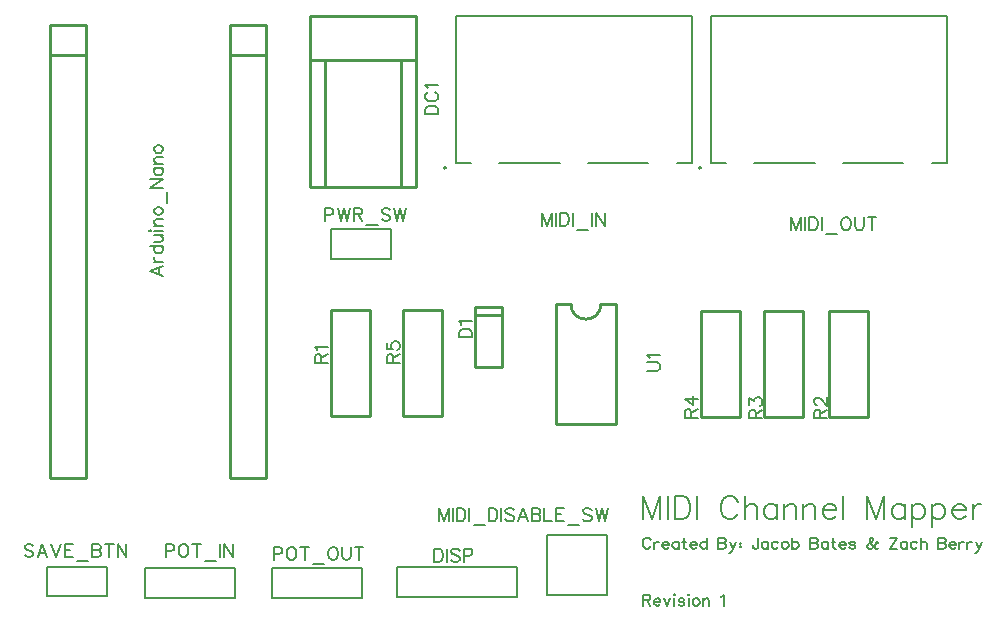
<source format=gto>
G04 Layer: TopSilkLayer*
G04 EasyEDA v6.1.48, Fri, 24 May 2019 02:17:32 GMT*
G04 a76c445d5078456fbe9c8c9c1c925b64,d79a69aa59da4e1fbb9b7d465b79b5da,10*
G04 Gerber Generator version 0.2*
G04 Scale: 100 percent, Rotated: No, Reflected: No *
G04 Dimensions in millimeters *
G04 leading zeros omitted , absolute positions ,3 integer and 3 decimal *
%FSLAX33Y33*%
%MOMM*%
G90*
G71D02*

%ADD10C,0.254000*%
%ADD23C,0.228600*%
%ADD24C,0.127000*%
%ADD25C,0.203200*%
%ADD26C,0.202999*%
%ADD27C,0.199898*%
%ADD28C,0.152400*%

%LPD*%
G54D10*
G01X49149Y16947D02*
G01X54229Y16947D01*
G01X54229Y16947D02*
G01X54229Y27107D01*
G01X49149Y16947D02*
G01X49149Y27107D01*
G01X49149Y27107D02*
G01X50419Y27107D01*
G01X52959Y27107D02*
G01X54229Y27107D01*
G01X70104Y17532D02*
G01X66802Y17532D01*
G01X66802Y17532D02*
G01X66802Y26523D01*
G01X66802Y26523D02*
G01X70104Y26523D01*
G01X70104Y26523D02*
G01X70104Y17532D01*
G01X64770Y17532D02*
G01X61468Y17532D01*
G01X61468Y17532D02*
G01X61468Y26523D01*
G01X61468Y26523D02*
G01X64770Y26523D01*
G01X64770Y26523D02*
G01X64770Y17532D01*
G01X39497Y17659D02*
G01X36195Y17659D01*
G01X36195Y17659D02*
G01X36195Y26650D01*
G01X36195Y26650D02*
G01X39497Y26650D01*
G01X39497Y26650D02*
G01X39497Y17659D01*
G01X75565Y17532D02*
G01X72263Y17532D01*
G01X72263Y17532D02*
G01X72263Y26523D01*
G01X72263Y26523D02*
G01X75565Y26523D01*
G01X75565Y26523D02*
G01X75565Y17532D01*
G01X33401Y17659D02*
G01X30099Y17659D01*
G01X30099Y17659D02*
G01X30099Y26650D01*
G01X30099Y26650D02*
G01X33401Y26650D01*
G01X33401Y26650D02*
G01X33401Y17659D01*
G54D23*
G01X42291Y21773D02*
G01X42291Y26853D01*
G01X44577Y26853D01*
G01X44577Y21773D01*
G01X42291Y21773D01*
G01X42291Y26218D02*
G01X44577Y26218D01*
G54D24*
G01X59373Y39045D02*
G01X60672Y39045D01*
G01X60672Y51545D01*
G01X40673Y51545D01*
G01X40673Y39045D01*
G01X41972Y39045D01*
G01X56972Y39045D02*
G01X51872Y39045D01*
G01X49473Y39045D02*
G01X44373Y39045D01*
G01X80963Y39045D02*
G01X82262Y39045D01*
G01X82262Y51545D01*
G01X62263Y51545D01*
G01X62263Y39045D01*
G01X63562Y39045D01*
G01X78562Y39045D02*
G01X73462Y39045D01*
G01X71063Y39045D02*
G01X65963Y39045D01*
G54D25*
G01X11176Y4882D02*
G01X11176Y2368D01*
G01X6096Y2368D01*
G01X6096Y4882D01*
G01X11176Y4882D01*
G01X16256Y4755D02*
G01X14351Y4755D01*
G01X14351Y2215D01*
G01X21971Y2215D01*
G01X21971Y4755D01*
G54D26*
G01X21971Y4755D02*
G01X16256Y4755D01*
G54D25*
G01X27051Y4755D02*
G01X25146Y4755D01*
G01X25146Y2215D01*
G01X32766Y2215D01*
G01X32766Y4755D01*
G54D26*
G01X32766Y4755D02*
G01X27051Y4755D01*
G54D25*
G01X45847Y4882D02*
G01X45847Y2342D01*
G01X35687Y2342D01*
G01X35687Y4882D01*
G01X37592Y4882D01*
G54D26*
G01X45847Y4882D02*
G01X37592Y4882D01*
G54D10*
G01X24638Y50729D02*
G01X21590Y50729D01*
G01X21590Y12375D01*
G01X24638Y12375D01*
G01X24638Y50729D01*
G01X24638Y48189D02*
G01X21590Y48189D01*
G01X9398Y50729D02*
G01X6350Y50729D01*
G01X6350Y12375D01*
G01X9398Y12375D01*
G01X9398Y50729D01*
G01X9398Y48189D02*
G01X6350Y48189D01*
G01X28330Y51469D02*
G01X37330Y51470D01*
G01X37330Y51470D02*
G01X37330Y37069D01*
G01X37330Y37069D02*
G01X28330Y37069D01*
G01X28330Y37069D02*
G01X28330Y51470D01*
G01X28330Y47769D02*
G01X37330Y47769D01*
G01X29630Y47689D02*
G01X29630Y37069D01*
G01X36030Y47689D02*
G01X36030Y37069D01*
G54D25*
G01X35179Y33457D02*
G01X35179Y30943D01*
G01X30099Y30943D01*
G01X30099Y33457D01*
G01X35179Y33457D01*
G01X53467Y7549D02*
G01X53467Y2469D01*
G01X48387Y2469D01*
G01X48387Y7549D01*
G01X53467Y7549D01*
G54D28*
G01X56896Y21459D02*
G01X57673Y21459D01*
G01X57830Y21509D01*
G01X57934Y21613D01*
G01X57985Y21771D01*
G01X57985Y21875D01*
G01X57934Y22030D01*
G01X57830Y22134D01*
G01X57673Y22185D01*
G01X56896Y22185D01*
G01X57101Y22528D02*
G01X57050Y22632D01*
G01X56896Y22789D01*
G01X57985Y22789D01*
G01X65532Y17435D02*
G01X66621Y17435D01*
G01X65532Y17435D02*
G01X65532Y17903D01*
G01X65582Y18057D01*
G01X65633Y18111D01*
G01X65737Y18162D01*
G01X65841Y18162D01*
G01X65946Y18111D01*
G01X65999Y18057D01*
G01X66050Y17903D01*
G01X66050Y17435D01*
G01X66050Y17798D02*
G01X66621Y18162D01*
G01X65532Y18609D02*
G01X65532Y19180D01*
G01X65946Y18870D01*
G01X65946Y19025D01*
G01X65999Y19129D01*
G01X66050Y19180D01*
G01X66205Y19233D01*
G01X66309Y19233D01*
G01X66466Y19180D01*
G01X66570Y19076D01*
G01X66621Y18921D01*
G01X66621Y18766D01*
G01X66570Y18609D01*
G01X66517Y18558D01*
G01X66413Y18504D01*
G01X60071Y17511D02*
G01X61160Y17511D01*
G01X60071Y17511D02*
G01X60071Y17979D01*
G01X60121Y18134D01*
G01X60172Y18187D01*
G01X60276Y18238D01*
G01X60380Y18238D01*
G01X60485Y18187D01*
G01X60538Y18134D01*
G01X60589Y17979D01*
G01X60589Y17511D01*
G01X60589Y17875D02*
G01X61160Y18238D01*
G01X60071Y19101D02*
G01X60797Y18581D01*
G01X60797Y19360D01*
G01X60071Y19101D02*
G01X61160Y19101D01*
G01X34851Y22154D02*
G01X35941Y22154D01*
G01X34851Y22154D02*
G01X34851Y22622D01*
G01X34902Y22777D01*
G01X34952Y22830D01*
G01X35057Y22881D01*
G01X35161Y22881D01*
G01X35265Y22830D01*
G01X35318Y22777D01*
G01X35369Y22622D01*
G01X35369Y22154D01*
G01X35369Y22518D02*
G01X35941Y22881D01*
G01X34851Y23849D02*
G01X34851Y23328D01*
G01X35318Y23277D01*
G01X35265Y23328D01*
G01X35214Y23485D01*
G01X35214Y23640D01*
G01X35265Y23795D01*
G01X35369Y23899D01*
G01X35524Y23953D01*
G01X35628Y23953D01*
G01X35786Y23899D01*
G01X35890Y23795D01*
G01X35941Y23640D01*
G01X35941Y23485D01*
G01X35890Y23328D01*
G01X35836Y23277D01*
G01X35732Y23224D01*
G01X71005Y17455D02*
G01X72095Y17455D01*
G01X71005Y17455D02*
G01X71005Y17923D01*
G01X71056Y18078D01*
G01X71107Y18131D01*
G01X71211Y18182D01*
G01X71315Y18182D01*
G01X71419Y18131D01*
G01X71473Y18078D01*
G01X71523Y17923D01*
G01X71523Y17455D01*
G01X71523Y17819D02*
G01X72095Y18182D01*
G01X71264Y18578D02*
G01X71211Y18578D01*
G01X71107Y18629D01*
G01X71056Y18682D01*
G01X71005Y18786D01*
G01X71005Y18992D01*
G01X71056Y19096D01*
G01X71107Y19150D01*
G01X71211Y19200D01*
G01X71315Y19200D01*
G01X71419Y19150D01*
G01X71577Y19046D01*
G01X72095Y18525D01*
G01X72095Y19254D01*
G01X28755Y22154D02*
G01X29845Y22154D01*
G01X28755Y22154D02*
G01X28755Y22622D01*
G01X28806Y22777D01*
G01X28856Y22830D01*
G01X28961Y22881D01*
G01X29065Y22881D01*
G01X29169Y22830D01*
G01X29222Y22777D01*
G01X29273Y22622D01*
G01X29273Y22154D01*
G01X29273Y22518D02*
G01X29845Y22881D01*
G01X28961Y23224D02*
G01X28910Y23328D01*
G01X28755Y23485D01*
G01X29845Y23485D01*
G01X40947Y24313D02*
G01X42037Y24313D01*
G01X40947Y24313D02*
G01X40947Y24677D01*
G01X40998Y24834D01*
G01X41102Y24936D01*
G01X41206Y24989D01*
G01X41361Y25040D01*
G01X41620Y25040D01*
G01X41777Y24989D01*
G01X41882Y24936D01*
G01X41986Y24834D01*
G01X42037Y24677D01*
G01X42037Y24313D01*
G01X41153Y25383D02*
G01X41102Y25487D01*
G01X40947Y25644D01*
G01X42037Y25644D01*
G01X48006Y34854D02*
G01X48006Y33762D01*
G01X48006Y34854D02*
G01X48422Y33762D01*
G01X48836Y34854D02*
G01X48422Y33762D01*
G01X48836Y34854D02*
G01X48836Y33762D01*
G01X49179Y34854D02*
G01X49179Y33762D01*
G01X49522Y34854D02*
G01X49522Y33762D01*
G01X49522Y34854D02*
G01X49885Y34854D01*
G01X50043Y34801D01*
G01X50147Y34697D01*
G01X50198Y34595D01*
G01X50251Y34438D01*
G01X50251Y34179D01*
G01X50198Y34024D01*
G01X50147Y33920D01*
G01X50043Y33816D01*
G01X49885Y33762D01*
G01X49522Y33762D01*
G01X50594Y34854D02*
G01X50594Y33762D01*
G01X50937Y33399D02*
G01X51871Y33399D01*
G01X52214Y34854D02*
G01X52214Y33762D01*
G01X52557Y34854D02*
G01X52557Y33762D01*
G01X52557Y34854D02*
G01X53284Y33762D01*
G01X53284Y34854D02*
G01X53284Y33762D01*
G01X69088Y34462D02*
G01X69088Y33370D01*
G01X69088Y34462D02*
G01X69504Y33370D01*
G01X69918Y34462D02*
G01X69504Y33370D01*
G01X69918Y34462D02*
G01X69918Y33370D01*
G01X70261Y34462D02*
G01X70261Y33370D01*
G01X70604Y34462D02*
G01X70604Y33370D01*
G01X70604Y34462D02*
G01X70967Y34462D01*
G01X71125Y34409D01*
G01X71229Y34305D01*
G01X71280Y34203D01*
G01X71333Y34046D01*
G01X71333Y33787D01*
G01X71280Y33632D01*
G01X71229Y33528D01*
G01X71125Y33423D01*
G01X70967Y33370D01*
G01X70604Y33370D01*
G01X71676Y34462D02*
G01X71676Y33370D01*
G01X72019Y33007D02*
G01X72953Y33007D01*
G01X73609Y34462D02*
G01X73505Y34409D01*
G01X73400Y34305D01*
G01X73347Y34203D01*
G01X73296Y34046D01*
G01X73296Y33787D01*
G01X73347Y33632D01*
G01X73400Y33528D01*
G01X73505Y33423D01*
G01X73609Y33370D01*
G01X73814Y33370D01*
G01X73919Y33423D01*
G01X74023Y33528D01*
G01X74076Y33632D01*
G01X74127Y33787D01*
G01X74127Y34046D01*
G01X74076Y34203D01*
G01X74023Y34305D01*
G01X73919Y34409D01*
G01X73814Y34462D01*
G01X73609Y34462D01*
G01X74470Y34462D02*
G01X74470Y33683D01*
G01X74523Y33528D01*
G01X74625Y33423D01*
G01X74782Y33370D01*
G01X74886Y33370D01*
G01X75041Y33423D01*
G01X75145Y33528D01*
G01X75196Y33683D01*
G01X75196Y34462D01*
G01X75905Y34462D02*
G01X75905Y33370D01*
G01X75539Y34462D02*
G01X76268Y34462D01*
G01X4917Y6633D02*
G01X4813Y6737D01*
G01X4658Y6787D01*
G01X4450Y6787D01*
G01X4295Y6737D01*
G01X4191Y6633D01*
G01X4191Y6528D01*
G01X4241Y6424D01*
G01X4295Y6373D01*
G01X4399Y6320D01*
G01X4711Y6216D01*
G01X4813Y6165D01*
G01X4866Y6114D01*
G01X4917Y6010D01*
G01X4917Y5853D01*
G01X4813Y5749D01*
G01X4658Y5698D01*
G01X4450Y5698D01*
G01X4295Y5749D01*
G01X4191Y5853D01*
G01X5676Y6787D02*
G01X5260Y5698D01*
G01X5676Y6787D02*
G01X6093Y5698D01*
G01X5417Y6061D02*
G01X5935Y6061D01*
G01X6436Y6787D02*
G01X6850Y5698D01*
G01X7266Y6787D02*
G01X6850Y5698D01*
G01X7609Y6787D02*
G01X7609Y5698D01*
G01X7609Y6787D02*
G01X8285Y6787D01*
G01X7609Y6269D02*
G01X8026Y6269D01*
G01X7609Y5698D02*
G01X8285Y5698D01*
G01X8628Y5335D02*
G01X9563Y5335D01*
G01X9906Y6787D02*
G01X9906Y5698D01*
G01X9906Y6787D02*
G01X10373Y6787D01*
G01X10528Y6737D01*
G01X10581Y6686D01*
G01X10632Y6582D01*
G01X10632Y6478D01*
G01X10581Y6373D01*
G01X10528Y6320D01*
G01X10373Y6269D01*
G01X9906Y6269D02*
G01X10373Y6269D01*
G01X10528Y6216D01*
G01X10581Y6165D01*
G01X10632Y6061D01*
G01X10632Y5906D01*
G01X10581Y5802D01*
G01X10528Y5749D01*
G01X10373Y5698D01*
G01X9906Y5698D01*
G01X11341Y6787D02*
G01X11341Y5698D01*
G01X10975Y6787D02*
G01X11704Y6787D01*
G01X12047Y6787D02*
G01X12047Y5698D01*
G01X12047Y6787D02*
G01X12773Y5698D01*
G01X12773Y6787D02*
G01X12773Y5698D01*
G01X16129Y6787D02*
G01X16129Y5698D01*
G01X16129Y6787D02*
G01X16596Y6787D01*
G01X16751Y6737D01*
G01X16804Y6686D01*
G01X16855Y6582D01*
G01X16855Y6424D01*
G01X16804Y6320D01*
G01X16751Y6269D01*
G01X16596Y6216D01*
G01X16129Y6216D01*
G01X17510Y6787D02*
G01X17406Y6737D01*
G01X17302Y6633D01*
G01X17251Y6528D01*
G01X17198Y6373D01*
G01X17198Y6114D01*
G01X17251Y5957D01*
G01X17302Y5853D01*
G01X17406Y5749D01*
G01X17510Y5698D01*
G01X17719Y5698D01*
G01X17823Y5749D01*
G01X17927Y5853D01*
G01X17978Y5957D01*
G01X18031Y6114D01*
G01X18031Y6373D01*
G01X17978Y6528D01*
G01X17927Y6633D01*
G01X17823Y6737D01*
G01X17719Y6787D01*
G01X17510Y6787D01*
G01X18737Y6787D02*
G01X18737Y5698D01*
G01X18374Y6787D02*
G01X19100Y6787D01*
G01X19443Y5335D02*
G01X20378Y5335D01*
G01X20721Y6787D02*
G01X20721Y5698D01*
G01X21064Y6787D02*
G01X21064Y5698D01*
G01X21064Y6787D02*
G01X21793Y5698D01*
G01X21793Y6787D02*
G01X21793Y5698D01*
G01X25273Y6533D02*
G01X25273Y5444D01*
G01X25273Y6533D02*
G01X25740Y6533D01*
G01X25895Y6483D01*
G01X25948Y6432D01*
G01X25999Y6328D01*
G01X25999Y6170D01*
G01X25948Y6066D01*
G01X25895Y6015D01*
G01X25740Y5962D01*
G01X25273Y5962D01*
G01X26654Y6533D02*
G01X26550Y6483D01*
G01X26446Y6379D01*
G01X26395Y6274D01*
G01X26342Y6119D01*
G01X26342Y5860D01*
G01X26395Y5703D01*
G01X26446Y5599D01*
G01X26550Y5495D01*
G01X26654Y5444D01*
G01X26863Y5444D01*
G01X26967Y5495D01*
G01X27071Y5599D01*
G01X27122Y5703D01*
G01X27175Y5860D01*
G01X27175Y6119D01*
G01X27122Y6274D01*
G01X27071Y6379D01*
G01X26967Y6483D01*
G01X26863Y6533D01*
G01X26654Y6533D01*
G01X27881Y6533D02*
G01X27881Y5444D01*
G01X27518Y6533D02*
G01X28244Y6533D01*
G01X28587Y5081D02*
G01X29522Y5081D01*
G01X30177Y6533D02*
G01X30073Y6483D01*
G01X29969Y6379D01*
G01X29918Y6274D01*
G01X29865Y6119D01*
G01X29865Y5860D01*
G01X29918Y5703D01*
G01X29969Y5599D01*
G01X30073Y5495D01*
G01X30177Y5444D01*
G01X30386Y5444D01*
G01X30490Y5495D01*
G01X30594Y5599D01*
G01X30645Y5703D01*
G01X30695Y5860D01*
G01X30695Y6119D01*
G01X30645Y6274D01*
G01X30594Y6379D01*
G01X30490Y6483D01*
G01X30386Y6533D01*
G01X30177Y6533D01*
G01X31038Y6533D02*
G01X31038Y5756D01*
G01X31092Y5599D01*
G01X31196Y5495D01*
G01X31351Y5444D01*
G01X31455Y5444D01*
G01X31610Y5495D01*
G01X31714Y5599D01*
G01X31767Y5756D01*
G01X31767Y6533D01*
G01X32473Y6533D02*
G01X32473Y5444D01*
G01X32110Y6533D02*
G01X32837Y6533D01*
G01X38862Y6394D02*
G01X38862Y5304D01*
G01X38862Y6394D02*
G01X39225Y6394D01*
G01X39382Y6343D01*
G01X39484Y6239D01*
G01X39537Y6135D01*
G01X39588Y5980D01*
G01X39588Y5721D01*
G01X39537Y5563D01*
G01X39484Y5459D01*
G01X39382Y5355D01*
G01X39225Y5304D01*
G01X38862Y5304D01*
G01X39931Y6394D02*
G01X39931Y5304D01*
G01X41003Y6239D02*
G01X40899Y6343D01*
G01X40741Y6394D01*
G01X40535Y6394D01*
G01X40378Y6343D01*
G01X40274Y6239D01*
G01X40274Y6135D01*
G01X40327Y6031D01*
G01X40378Y5980D01*
G01X40482Y5926D01*
G01X40794Y5822D01*
G01X40899Y5771D01*
G01X40949Y5721D01*
G01X41003Y5617D01*
G01X41003Y5459D01*
G01X40899Y5355D01*
G01X40741Y5304D01*
G01X40535Y5304D01*
G01X40378Y5355D01*
G01X40274Y5459D01*
G01X41346Y6394D02*
G01X41346Y5304D01*
G01X41346Y6394D02*
G01X41813Y6394D01*
G01X41968Y6343D01*
G01X42021Y6292D01*
G01X42072Y6188D01*
G01X42072Y6031D01*
G01X42021Y5926D01*
G01X41968Y5876D01*
G01X41813Y5822D01*
G01X41346Y5822D01*
G01X14785Y29889D02*
G01X15874Y29472D01*
G01X14785Y29889D02*
G01X15874Y30303D01*
G01X15511Y29627D02*
G01X15511Y30148D01*
G01X15148Y30646D02*
G01X15874Y30646D01*
G01X15458Y30646D02*
G01X15303Y30699D01*
G01X15199Y30803D01*
G01X15148Y30907D01*
G01X15148Y31062D01*
G01X14785Y32028D02*
G01X15874Y32028D01*
G01X15303Y32028D02*
G01X15199Y31923D01*
G01X15148Y31822D01*
G01X15148Y31664D01*
G01X15199Y31560D01*
G01X15303Y31456D01*
G01X15458Y31405D01*
G01X15562Y31405D01*
G01X15720Y31456D01*
G01X15824Y31560D01*
G01X15874Y31664D01*
G01X15874Y31822D01*
G01X15824Y31923D01*
G01X15720Y32028D01*
G01X15148Y32370D02*
G01X15666Y32370D01*
G01X15824Y32424D01*
G01X15874Y32528D01*
G01X15874Y32683D01*
G01X15824Y32787D01*
G01X15666Y32942D01*
G01X15148Y32942D02*
G01X15874Y32942D01*
G01X14785Y33285D02*
G01X14836Y33338D01*
G01X14785Y33389D01*
G01X14731Y33338D01*
G01X14785Y33285D01*
G01X15148Y33338D02*
G01X15874Y33338D01*
G01X15148Y33732D02*
G01X15874Y33732D01*
G01X15356Y33732D02*
G01X15199Y33889D01*
G01X15148Y33993D01*
G01X15148Y34148D01*
G01X15199Y34253D01*
G01X15356Y34303D01*
G01X15874Y34303D01*
G01X15148Y34908D02*
G01X15199Y34804D01*
G01X15303Y34700D01*
G01X15458Y34646D01*
G01X15562Y34646D01*
G01X15720Y34700D01*
G01X15824Y34804D01*
G01X15874Y34908D01*
G01X15874Y35063D01*
G01X15824Y35167D01*
G01X15720Y35271D01*
G01X15562Y35322D01*
G01X15458Y35322D01*
G01X15303Y35271D01*
G01X15199Y35167D01*
G01X15148Y35063D01*
G01X15148Y34908D01*
G01X16238Y35665D02*
G01X16238Y36600D01*
G01X14785Y36942D02*
G01X15874Y36942D01*
G01X14785Y36942D02*
G01X15874Y37671D01*
G01X14785Y37671D02*
G01X15874Y37671D01*
G01X15148Y38637D02*
G01X15874Y38637D01*
G01X15303Y38637D02*
G01X15199Y38532D01*
G01X15148Y38428D01*
G01X15148Y38273D01*
G01X15199Y38169D01*
G01X15303Y38065D01*
G01X15458Y38014D01*
G01X15562Y38014D01*
G01X15720Y38065D01*
G01X15824Y38169D01*
G01X15874Y38273D01*
G01X15874Y38428D01*
G01X15824Y38532D01*
G01X15720Y38637D01*
G01X15148Y38979D02*
G01X15874Y38979D01*
G01X15356Y38979D02*
G01X15199Y39137D01*
G01X15148Y39239D01*
G01X15148Y39396D01*
G01X15199Y39500D01*
G01X15356Y39551D01*
G01X15874Y39551D01*
G01X15148Y40153D02*
G01X15199Y40051D01*
G01X15303Y39947D01*
G01X15458Y39894D01*
G01X15562Y39894D01*
G01X15720Y39947D01*
G01X15824Y40051D01*
G01X15874Y40153D01*
G01X15874Y40310D01*
G01X15824Y40415D01*
G01X15720Y40519D01*
G01X15562Y40570D01*
G01X15458Y40570D01*
G01X15303Y40519D01*
G01X15199Y40415D01*
G01X15148Y40310D01*
G01X15148Y40153D01*
G01X38100Y43198D02*
G01X39189Y43198D01*
G01X38100Y43198D02*
G01X38100Y43562D01*
G01X38150Y43719D01*
G01X38254Y43821D01*
G01X38359Y43874D01*
G01X38514Y43925D01*
G01X38775Y43925D01*
G01X38930Y43874D01*
G01X39034Y43821D01*
G01X39138Y43719D01*
G01X39189Y43562D01*
G01X39189Y43198D01*
G01X38359Y45048D02*
G01X38254Y44997D01*
G01X38150Y44893D01*
G01X38100Y44788D01*
G01X38100Y44580D01*
G01X38150Y44476D01*
G01X38254Y44372D01*
G01X38359Y44321D01*
G01X38514Y44268D01*
G01X38775Y44268D01*
G01X38930Y44321D01*
G01X39034Y44372D01*
G01X39138Y44476D01*
G01X39189Y44580D01*
G01X39189Y44788D01*
G01X39138Y44893D01*
G01X39034Y44997D01*
G01X38930Y45048D01*
G01X38308Y45390D02*
G01X38254Y45495D01*
G01X38100Y45650D01*
G01X39189Y45650D01*
G01X29591Y35235D02*
G01X29591Y34146D01*
G01X29591Y35235D02*
G01X30058Y35235D01*
G01X30213Y35185D01*
G01X30266Y35134D01*
G01X30317Y35030D01*
G01X30317Y34872D01*
G01X30266Y34768D01*
G01X30213Y34717D01*
G01X30058Y34664D01*
G01X29591Y34664D01*
G01X30660Y35235D02*
G01X30921Y34146D01*
G01X31181Y35235D02*
G01X30921Y34146D01*
G01X31181Y35235D02*
G01X31440Y34146D01*
G01X31699Y35235D02*
G01X31440Y34146D01*
G01X32042Y35235D02*
G01X32042Y34146D01*
G01X32042Y35235D02*
G01X32512Y35235D01*
G01X32666Y35185D01*
G01X32717Y35134D01*
G01X32771Y35030D01*
G01X32771Y34926D01*
G01X32717Y34821D01*
G01X32666Y34768D01*
G01X32512Y34717D01*
G01X32042Y34717D01*
G01X32407Y34717D02*
G01X32771Y34146D01*
G01X33113Y33783D02*
G01X34048Y33783D01*
G01X35118Y35081D02*
G01X35013Y35185D01*
G01X34858Y35235D01*
G01X34650Y35235D01*
G01X34495Y35185D01*
G01X34391Y35081D01*
G01X34391Y34976D01*
G01X34442Y34872D01*
G01X34495Y34821D01*
G01X34599Y34768D01*
G01X34912Y34664D01*
G01X35013Y34613D01*
G01X35067Y34562D01*
G01X35118Y34458D01*
G01X35118Y34301D01*
G01X35013Y34197D01*
G01X34858Y34146D01*
G01X34650Y34146D01*
G01X34495Y34197D01*
G01X34391Y34301D01*
G01X35460Y35235D02*
G01X35722Y34146D01*
G01X35981Y35235D02*
G01X35722Y34146D01*
G01X35981Y35235D02*
G01X36240Y34146D01*
G01X36499Y35235D02*
G01X36240Y34146D01*
G01X39243Y9823D02*
G01X39243Y8733D01*
G01X39243Y9823D02*
G01X39659Y8733D01*
G01X40073Y9823D02*
G01X39659Y8733D01*
G01X40073Y9823D02*
G01X40073Y8733D01*
G01X40416Y9823D02*
G01X40416Y8733D01*
G01X40759Y9823D02*
G01X40759Y8733D01*
G01X40759Y9823D02*
G01X41122Y9823D01*
G01X41280Y9772D01*
G01X41384Y9668D01*
G01X41435Y9564D01*
G01X41488Y9409D01*
G01X41488Y9150D01*
G01X41435Y8992D01*
G01X41384Y8888D01*
G01X41280Y8784D01*
G01X41122Y8733D01*
G01X40759Y8733D01*
G01X41831Y9823D02*
G01X41831Y8733D01*
G01X42174Y8370D02*
G01X43108Y8370D01*
G01X43451Y9823D02*
G01X43451Y8733D01*
G01X43451Y9823D02*
G01X43815Y9823D01*
G01X43969Y9772D01*
G01X44074Y9668D01*
G01X44127Y9564D01*
G01X44178Y9409D01*
G01X44178Y9150D01*
G01X44127Y8992D01*
G01X44074Y8888D01*
G01X43969Y8784D01*
G01X43815Y8733D01*
G01X43451Y8733D01*
G01X44521Y9823D02*
G01X44521Y8733D01*
G01X45593Y9668D02*
G01X45488Y9772D01*
G01X45331Y9823D01*
G01X45123Y9823D01*
G01X44968Y9772D01*
G01X44864Y9668D01*
G01X44864Y9564D01*
G01X44917Y9460D01*
G01X44968Y9409D01*
G01X45072Y9355D01*
G01X45384Y9251D01*
G01X45488Y9200D01*
G01X45539Y9150D01*
G01X45593Y9046D01*
G01X45593Y8888D01*
G01X45488Y8784D01*
G01X45331Y8733D01*
G01X45123Y8733D01*
G01X44968Y8784D01*
G01X44864Y8888D01*
G01X46349Y9823D02*
G01X45935Y8733D01*
G01X46349Y9823D02*
G01X46766Y8733D01*
G01X46090Y9096D02*
G01X46609Y9096D01*
G01X47109Y9823D02*
G01X47109Y8733D01*
G01X47109Y9823D02*
G01X47576Y9823D01*
G01X47731Y9772D01*
G01X47785Y9721D01*
G01X47835Y9617D01*
G01X47835Y9513D01*
G01X47785Y9409D01*
G01X47731Y9355D01*
G01X47576Y9305D01*
G01X47109Y9305D02*
G01X47576Y9305D01*
G01X47731Y9251D01*
G01X47785Y9200D01*
G01X47835Y9096D01*
G01X47835Y8941D01*
G01X47785Y8837D01*
G01X47731Y8784D01*
G01X47576Y8733D01*
G01X47109Y8733D01*
G01X48178Y9823D02*
G01X48178Y8733D01*
G01X48178Y8733D02*
G01X48803Y8733D01*
G01X49146Y9823D02*
G01X49146Y8733D01*
G01X49146Y9823D02*
G01X49822Y9823D01*
G01X49146Y9305D02*
G01X49560Y9305D01*
G01X49146Y8733D02*
G01X49822Y8733D01*
G01X50165Y8370D02*
G01X51099Y8370D01*
G01X52169Y9668D02*
G01X52064Y9772D01*
G01X51909Y9823D01*
G01X51701Y9823D01*
G01X51546Y9772D01*
G01X51442Y9668D01*
G01X51442Y9564D01*
G01X51493Y9460D01*
G01X51546Y9409D01*
G01X51650Y9355D01*
G01X51960Y9251D01*
G01X52064Y9200D01*
G01X52118Y9150D01*
G01X52169Y9046D01*
G01X52169Y8888D01*
G01X52064Y8784D01*
G01X51909Y8733D01*
G01X51701Y8733D01*
G01X51546Y8784D01*
G01X51442Y8888D01*
G01X52511Y9823D02*
G01X52771Y8733D01*
G01X53032Y9823D02*
G01X52771Y8733D01*
G01X53032Y9823D02*
G01X53291Y8733D01*
G01X53550Y9823D02*
G01X53291Y8733D01*
G54D25*
G01X57195Y7102D02*
G01X57152Y7194D01*
G01X57061Y7285D01*
G01X56969Y7331D01*
G01X56786Y7331D01*
G01X56697Y7285D01*
G01X56606Y7194D01*
G01X56560Y7102D01*
G01X56515Y6968D01*
G01X56515Y6739D01*
G01X56560Y6602D01*
G01X56606Y6513D01*
G01X56697Y6422D01*
G01X56786Y6376D01*
G01X56969Y6376D01*
G01X57061Y6422D01*
G01X57152Y6513D01*
G01X57195Y6602D01*
G01X57497Y7011D02*
G01X57497Y6376D01*
G01X57497Y6739D02*
G01X57541Y6876D01*
G01X57632Y6968D01*
G01X57724Y7011D01*
G01X57861Y7011D01*
G01X58160Y6739D02*
G01X58707Y6739D01*
G01X58707Y6831D01*
G01X58661Y6922D01*
G01X58615Y6968D01*
G01X58524Y7011D01*
G01X58386Y7011D01*
G01X58298Y6968D01*
G01X58206Y6876D01*
G01X58160Y6739D01*
G01X58160Y6648D01*
G01X58206Y6513D01*
G01X58298Y6422D01*
G01X58386Y6376D01*
G01X58524Y6376D01*
G01X58615Y6422D01*
G01X58707Y6513D01*
G01X59550Y7011D02*
G01X59550Y6376D01*
G01X59550Y6876D02*
G01X59461Y6968D01*
G01X59369Y7011D01*
G01X59232Y7011D01*
G01X59141Y6968D01*
G01X59052Y6876D01*
G01X59006Y6739D01*
G01X59006Y6648D01*
G01X59052Y6513D01*
G01X59141Y6422D01*
G01X59232Y6376D01*
G01X59369Y6376D01*
G01X59461Y6422D01*
G01X59550Y6513D01*
G01X59987Y7331D02*
G01X59987Y6559D01*
G01X60032Y6422D01*
G01X60124Y6376D01*
G01X60215Y6376D01*
G01X59852Y7011D02*
G01X60170Y7011D01*
G01X60515Y6739D02*
G01X61061Y6739D01*
G01X61061Y6831D01*
G01X61015Y6922D01*
G01X60970Y6968D01*
G01X60878Y7011D01*
G01X60741Y7011D01*
G01X60650Y6968D01*
G01X60561Y6876D01*
G01X60515Y6739D01*
G01X60515Y6648D01*
G01X60561Y6513D01*
G01X60650Y6422D01*
G01X60741Y6376D01*
G01X60878Y6376D01*
G01X60970Y6422D01*
G01X61061Y6513D01*
G01X61904Y7331D02*
G01X61904Y6376D01*
G01X61904Y6876D02*
G01X61815Y6968D01*
G01X61724Y7011D01*
G01X61587Y7011D01*
G01X61495Y6968D01*
G01X61407Y6876D01*
G01X61361Y6739D01*
G01X61361Y6648D01*
G01X61407Y6513D01*
G01X61495Y6422D01*
G01X61587Y6376D01*
G01X61724Y6376D01*
G01X61815Y6422D01*
G01X61904Y6513D01*
G01X62905Y7331D02*
G01X62905Y6376D01*
G01X62905Y7331D02*
G01X63314Y7331D01*
G01X63451Y7285D01*
G01X63497Y7240D01*
G01X63543Y7148D01*
G01X63543Y7057D01*
G01X63497Y6968D01*
G01X63451Y6922D01*
G01X63314Y6876D01*
G01X62905Y6876D02*
G01X63314Y6876D01*
G01X63451Y6831D01*
G01X63497Y6785D01*
G01X63543Y6693D01*
G01X63543Y6559D01*
G01X63497Y6467D01*
G01X63451Y6422D01*
G01X63314Y6376D01*
G01X62905Y6376D01*
G01X63888Y7011D02*
G01X64160Y6376D01*
G01X64432Y7011D02*
G01X64160Y6376D01*
G01X64068Y6193D01*
G01X63977Y6104D01*
G01X63888Y6058D01*
G01X63842Y6058D01*
G01X64777Y6922D02*
G01X64734Y6876D01*
G01X64777Y6831D01*
G01X64823Y6876D01*
G01X64777Y6922D01*
G01X64777Y6602D02*
G01X64734Y6559D01*
G01X64777Y6513D01*
G01X64823Y6559D01*
G01X64777Y6602D01*
G01X66278Y7331D02*
G01X66278Y6602D01*
G01X66233Y6467D01*
G01X66187Y6422D01*
G01X66095Y6376D01*
G01X66006Y6376D01*
G01X65915Y6422D01*
G01X65869Y6467D01*
G01X65824Y6602D01*
G01X65824Y6693D01*
G01X67124Y7011D02*
G01X67124Y6376D01*
G01X67124Y6876D02*
G01X67033Y6968D01*
G01X66941Y7011D01*
G01X66807Y7011D01*
G01X66715Y6968D01*
G01X66624Y6876D01*
G01X66578Y6739D01*
G01X66578Y6648D01*
G01X66624Y6513D01*
G01X66715Y6422D01*
G01X66807Y6376D01*
G01X66941Y6376D01*
G01X67033Y6422D01*
G01X67124Y6513D01*
G01X67970Y6876D02*
G01X67878Y6968D01*
G01X67787Y7011D01*
G01X67650Y7011D01*
G01X67561Y6968D01*
G01X67470Y6876D01*
G01X67424Y6739D01*
G01X67424Y6648D01*
G01X67470Y6513D01*
G01X67561Y6422D01*
G01X67650Y6376D01*
G01X67787Y6376D01*
G01X67878Y6422D01*
G01X67970Y6513D01*
G01X68496Y7011D02*
G01X68404Y6968D01*
G01X68315Y6876D01*
G01X68270Y6739D01*
G01X68270Y6648D01*
G01X68315Y6513D01*
G01X68404Y6422D01*
G01X68496Y6376D01*
G01X68633Y6376D01*
G01X68724Y6422D01*
G01X68816Y6513D01*
G01X68859Y6648D01*
G01X68859Y6739D01*
G01X68816Y6876D01*
G01X68724Y6968D01*
G01X68633Y7011D01*
G01X68496Y7011D01*
G01X69161Y7331D02*
G01X69161Y6376D01*
G01X69161Y6876D02*
G01X69250Y6968D01*
G01X69342Y7011D01*
G01X69479Y7011D01*
G01X69570Y6968D01*
G01X69659Y6876D01*
G01X69705Y6739D01*
G01X69705Y6648D01*
G01X69659Y6513D01*
G01X69570Y6422D01*
G01X69479Y6376D01*
G01X69342Y6376D01*
G01X69250Y6422D01*
G01X69161Y6513D01*
G01X70705Y7331D02*
G01X70705Y6376D01*
G01X70705Y7331D02*
G01X71114Y7331D01*
G01X71252Y7285D01*
G01X71297Y7240D01*
G01X71343Y7148D01*
G01X71343Y7057D01*
G01X71297Y6968D01*
G01X71252Y6922D01*
G01X71114Y6876D01*
G01X70705Y6876D02*
G01X71114Y6876D01*
G01X71252Y6831D01*
G01X71297Y6785D01*
G01X71343Y6693D01*
G01X71343Y6559D01*
G01X71297Y6467D01*
G01X71252Y6422D01*
G01X71114Y6376D01*
G01X70705Y6376D01*
G01X72186Y7011D02*
G01X72186Y6376D01*
G01X72186Y6876D02*
G01X72097Y6968D01*
G01X72006Y7011D01*
G01X71869Y7011D01*
G01X71777Y6968D01*
G01X71688Y6876D01*
G01X71643Y6739D01*
G01X71643Y6648D01*
G01X71688Y6513D01*
G01X71777Y6422D01*
G01X71869Y6376D01*
G01X72006Y6376D01*
G01X72097Y6422D01*
G01X72186Y6513D01*
G01X72623Y7331D02*
G01X72623Y6559D01*
G01X72669Y6422D01*
G01X72760Y6376D01*
G01X72852Y6376D01*
G01X72486Y7011D02*
G01X72806Y7011D01*
G01X73152Y6739D02*
G01X73695Y6739D01*
G01X73695Y6831D01*
G01X73652Y6922D01*
G01X73606Y6968D01*
G01X73515Y7011D01*
G01X73378Y7011D01*
G01X73286Y6968D01*
G01X73197Y6876D01*
G01X73152Y6739D01*
G01X73152Y6648D01*
G01X73197Y6513D01*
G01X73286Y6422D01*
G01X73378Y6376D01*
G01X73515Y6376D01*
G01X73606Y6422D01*
G01X73695Y6513D01*
G01X74495Y6876D02*
G01X74452Y6968D01*
G01X74315Y7011D01*
G01X74178Y7011D01*
G01X74043Y6968D01*
G01X73997Y6876D01*
G01X74043Y6785D01*
G01X74132Y6739D01*
G01X74361Y6693D01*
G01X74452Y6648D01*
G01X74495Y6559D01*
G01X74495Y6513D01*
G01X74452Y6422D01*
G01X74315Y6376D01*
G01X74178Y6376D01*
G01X74043Y6422D01*
G01X73997Y6513D01*
G01X76405Y6922D02*
G01X76405Y6968D01*
G01X76360Y7011D01*
G01X76314Y7011D01*
G01X76268Y6968D01*
G01X76222Y6876D01*
G01X76133Y6648D01*
G01X76042Y6513D01*
G01X75951Y6422D01*
G01X75859Y6376D01*
G01X75679Y6376D01*
G01X75587Y6422D01*
G01X75542Y6467D01*
G01X75496Y6559D01*
G01X75496Y6648D01*
G01X75542Y6739D01*
G01X75587Y6785D01*
G01X75905Y6968D01*
G01X75951Y7011D01*
G01X75996Y7102D01*
G01X75996Y7194D01*
G01X75951Y7285D01*
G01X75859Y7331D01*
G01X75770Y7285D01*
G01X75725Y7194D01*
G01X75725Y7102D01*
G01X75770Y6968D01*
G01X75859Y6831D01*
G01X76088Y6513D01*
G01X76179Y6422D01*
G01X76268Y6376D01*
G01X76360Y6376D01*
G01X76405Y6422D01*
G01X76405Y6467D01*
G01X78041Y7331D02*
G01X77406Y6376D01*
G01X77406Y7331D02*
G01X78041Y7331D01*
G01X77406Y6376D02*
G01X78041Y6376D01*
G01X78887Y7011D02*
G01X78887Y6376D01*
G01X78887Y6876D02*
G01X78795Y6968D01*
G01X78706Y7011D01*
G01X78569Y7011D01*
G01X78478Y6968D01*
G01X78386Y6876D01*
G01X78341Y6739D01*
G01X78341Y6648D01*
G01X78386Y6513D01*
G01X78478Y6422D01*
G01X78569Y6376D01*
G01X78706Y6376D01*
G01X78795Y6422D01*
G01X78887Y6513D01*
G01X79733Y6876D02*
G01X79641Y6968D01*
G01X79550Y7011D01*
G01X79415Y7011D01*
G01X79324Y6968D01*
G01X79232Y6876D01*
G01X79187Y6739D01*
G01X79187Y6648D01*
G01X79232Y6513D01*
G01X79324Y6422D01*
G01X79415Y6376D01*
G01X79550Y6376D01*
G01X79641Y6422D01*
G01X79733Y6513D01*
G01X80032Y7331D02*
G01X80032Y6376D01*
G01X80032Y6831D02*
G01X80170Y6968D01*
G01X80261Y7011D01*
G01X80396Y7011D01*
G01X80487Y6968D01*
G01X80533Y6831D01*
G01X80533Y6376D01*
G01X81534Y7331D02*
G01X81534Y6376D01*
G01X81534Y7331D02*
G01X81942Y7331D01*
G01X82077Y7285D01*
G01X82123Y7240D01*
G01X82169Y7148D01*
G01X82169Y7057D01*
G01X82123Y6968D01*
G01X82077Y6922D01*
G01X81942Y6876D01*
G01X81534Y6876D02*
G01X81942Y6876D01*
G01X82077Y6831D01*
G01X82123Y6785D01*
G01X82169Y6693D01*
G01X82169Y6559D01*
G01X82123Y6467D01*
G01X82077Y6422D01*
G01X81942Y6376D01*
G01X81534Y6376D01*
G01X82468Y6739D02*
G01X83014Y6739D01*
G01X83014Y6831D01*
G01X82969Y6922D01*
G01X82923Y6968D01*
G01X82831Y7011D01*
G01X82697Y7011D01*
G01X82605Y6968D01*
G01X82514Y6876D01*
G01X82468Y6739D01*
G01X82468Y6648D01*
G01X82514Y6513D01*
G01X82605Y6422D01*
G01X82697Y6376D01*
G01X82831Y6376D01*
G01X82923Y6422D01*
G01X83014Y6513D01*
G01X83314Y7011D02*
G01X83314Y6376D01*
G01X83314Y6739D02*
G01X83360Y6876D01*
G01X83451Y6968D01*
G01X83543Y7011D01*
G01X83677Y7011D01*
G01X83977Y7011D02*
G01X83977Y6376D01*
G01X83977Y6739D02*
G01X84023Y6876D01*
G01X84114Y6968D01*
G01X84206Y7011D01*
G01X84343Y7011D01*
G01X84688Y7011D02*
G01X84960Y6376D01*
G01X85232Y7011D02*
G01X84960Y6376D01*
G01X84869Y6193D01*
G01X84777Y6104D01*
G01X84688Y6058D01*
G01X84642Y6058D01*
G01X56515Y10851D02*
G01X56515Y8913D01*
G01X56515Y10851D02*
G01X57254Y8913D01*
G01X57993Y10851D02*
G01X57254Y8913D01*
G01X57993Y10851D02*
G01X57993Y8913D01*
G01X58602Y10851D02*
G01X58602Y8913D01*
G01X59212Y10851D02*
G01X59212Y8913D01*
G01X59212Y10851D02*
G01X59857Y10851D01*
G01X60134Y10760D01*
G01X60319Y10575D01*
G01X60413Y10392D01*
G01X60505Y10112D01*
G01X60505Y9653D01*
G01X60413Y9376D01*
G01X60319Y9190D01*
G01X60134Y9005D01*
G01X59857Y8913D01*
G01X59212Y8913D01*
G01X61114Y10851D02*
G01X61114Y8913D01*
G01X64531Y10392D02*
G01X64439Y10575D01*
G01X64254Y10760D01*
G01X64071Y10851D01*
G01X63700Y10851D01*
G01X63515Y10760D01*
G01X63332Y10575D01*
G01X63238Y10392D01*
G01X63146Y10112D01*
G01X63146Y9653D01*
G01X63238Y9376D01*
G01X63332Y9190D01*
G01X63515Y9005D01*
G01X63700Y8913D01*
G01X64071Y8913D01*
G01X64254Y9005D01*
G01X64439Y9190D01*
G01X64531Y9376D01*
G01X65140Y10851D02*
G01X65140Y8913D01*
G01X65140Y9835D02*
G01X65417Y10112D01*
G01X65603Y10206D01*
G01X65879Y10206D01*
G01X66065Y10112D01*
G01X66156Y9835D01*
G01X66156Y8913D01*
G01X67876Y10206D02*
G01X67876Y8913D01*
G01X67876Y9929D02*
G01X67691Y10112D01*
G01X67505Y10206D01*
G01X67228Y10206D01*
G01X67043Y10112D01*
G01X66860Y9929D01*
G01X66766Y9653D01*
G01X66766Y9467D01*
G01X66860Y9190D01*
G01X67043Y9005D01*
G01X67228Y8913D01*
G01X67505Y8913D01*
G01X67691Y9005D01*
G01X67876Y9190D01*
G01X68486Y10206D02*
G01X68486Y8913D01*
G01X68486Y9835D02*
G01X68762Y10112D01*
G01X68948Y10206D01*
G01X69225Y10206D01*
G01X69408Y10112D01*
G01X69502Y9835D01*
G01X69502Y8913D01*
G01X70111Y10206D02*
G01X70111Y8913D01*
G01X70111Y9835D02*
G01X70388Y10112D01*
G01X70573Y10206D01*
G01X70850Y10206D01*
G01X71033Y10112D01*
G01X71127Y9835D01*
G01X71127Y8913D01*
G01X71737Y9653D02*
G01X72844Y9653D01*
G01X72844Y9835D01*
G01X72753Y10021D01*
G01X72659Y10112D01*
G01X72476Y10206D01*
G01X72199Y10206D01*
G01X72014Y10112D01*
G01X71828Y9929D01*
G01X71737Y9653D01*
G01X71737Y9467D01*
G01X71828Y9190D01*
G01X72014Y9005D01*
G01X72199Y8913D01*
G01X72476Y8913D01*
G01X72659Y9005D01*
G01X72844Y9190D01*
G01X73454Y10851D02*
G01X73454Y8913D01*
G01X75486Y10851D02*
G01X75486Y8913D01*
G01X75486Y10851D02*
G01X76225Y8913D01*
G01X76964Y10851D02*
G01X76225Y8913D01*
G01X76964Y10851D02*
G01X76964Y8913D01*
G01X78681Y10206D02*
G01X78681Y8913D01*
G01X78681Y9929D02*
G01X78498Y10112D01*
G01X78313Y10206D01*
G01X78036Y10206D01*
G01X77851Y10112D01*
G01X77665Y9929D01*
G01X77574Y9653D01*
G01X77574Y9467D01*
G01X77665Y9190D01*
G01X77851Y9005D01*
G01X78036Y8913D01*
G01X78313Y8913D01*
G01X78498Y9005D01*
G01X78681Y9190D01*
G01X79291Y10206D02*
G01X79291Y8266D01*
G01X79291Y9929D02*
G01X79476Y10112D01*
G01X79662Y10206D01*
G01X79938Y10206D01*
G01X80124Y10112D01*
G01X80307Y9929D01*
G01X80401Y9653D01*
G01X80401Y9467D01*
G01X80307Y9190D01*
G01X80124Y9005D01*
G01X79938Y8913D01*
G01X79662Y8913D01*
G01X79476Y9005D01*
G01X79291Y9190D01*
G01X81010Y10206D02*
G01X81010Y8266D01*
G01X81010Y9929D02*
G01X81193Y10112D01*
G01X81379Y10206D01*
G01X81655Y10206D01*
G01X81841Y10112D01*
G01X82026Y9929D01*
G01X82118Y9653D01*
G01X82118Y9467D01*
G01X82026Y9190D01*
G01X81841Y9005D01*
G01X81655Y8913D01*
G01X81379Y8913D01*
G01X81193Y9005D01*
G01X81010Y9190D01*
G01X82727Y9653D02*
G01X83835Y9653D01*
G01X83835Y9835D01*
G01X83743Y10021D01*
G01X83652Y10112D01*
G01X83466Y10206D01*
G01X83190Y10206D01*
G01X83004Y10112D01*
G01X82819Y9929D01*
G01X82727Y9653D01*
G01X82727Y9467D01*
G01X82819Y9190D01*
G01X83004Y9005D01*
G01X83190Y8913D01*
G01X83466Y8913D01*
G01X83652Y9005D01*
G01X83835Y9190D01*
G01X84444Y10206D02*
G01X84444Y8913D01*
G01X84444Y9653D02*
G01X84538Y9929D01*
G01X84721Y10112D01*
G01X84907Y10206D01*
G01X85183Y10206D01*
G01X56515Y2508D02*
G01X56515Y1553D01*
G01X56515Y2508D02*
G01X56923Y2508D01*
G01X57061Y2462D01*
G01X57106Y2416D01*
G01X57152Y2325D01*
G01X57152Y2233D01*
G01X57106Y2144D01*
G01X57061Y2099D01*
G01X56923Y2053D01*
G01X56515Y2053D01*
G01X56832Y2053D02*
G01X57152Y1553D01*
G01X57452Y1916D02*
G01X57995Y1916D01*
G01X57995Y2007D01*
G01X57950Y2099D01*
G01X57906Y2144D01*
G01X57815Y2188D01*
G01X57678Y2188D01*
G01X57586Y2144D01*
G01X57497Y2053D01*
G01X57452Y1916D01*
G01X57452Y1824D01*
G01X57497Y1690D01*
G01X57586Y1598D01*
G01X57678Y1553D01*
G01X57815Y1553D01*
G01X57906Y1598D01*
G01X57995Y1690D01*
G01X58298Y2188D02*
G01X58569Y1553D01*
G01X58841Y2188D02*
G01X58569Y1553D01*
G01X59141Y2508D02*
G01X59187Y2462D01*
G01X59232Y2508D01*
G01X59187Y2553D01*
G01X59141Y2508D01*
G01X59187Y2188D02*
G01X59187Y1553D01*
G01X60032Y2053D02*
G01X59987Y2144D01*
G01X59852Y2188D01*
G01X59715Y2188D01*
G01X59578Y2144D01*
G01X59532Y2053D01*
G01X59578Y1961D01*
G01X59669Y1916D01*
G01X59895Y1870D01*
G01X59987Y1824D01*
G01X60032Y1735D01*
G01X60032Y1690D01*
G01X59987Y1598D01*
G01X59852Y1553D01*
G01X59715Y1553D01*
G01X59578Y1598D01*
G01X59532Y1690D01*
G01X60332Y2508D02*
G01X60378Y2462D01*
G01X60424Y2508D01*
G01X60378Y2553D01*
G01X60332Y2508D01*
G01X60378Y2188D02*
G01X60378Y1553D01*
G01X60952Y2188D02*
G01X60860Y2144D01*
G01X60769Y2053D01*
G01X60723Y1916D01*
G01X60723Y1824D01*
G01X60769Y1690D01*
G01X60860Y1598D01*
G01X60952Y1553D01*
G01X61087Y1553D01*
G01X61178Y1598D01*
G01X61269Y1690D01*
G01X61315Y1824D01*
G01X61315Y1916D01*
G01X61269Y2053D01*
G01X61178Y2144D01*
G01X61087Y2188D01*
G01X60952Y2188D01*
G01X61615Y2188D02*
G01X61615Y1553D01*
G01X61615Y2007D02*
G01X61752Y2144D01*
G01X61841Y2188D01*
G01X61978Y2188D01*
G01X62069Y2144D01*
G01X62115Y2007D01*
G01X62115Y1553D01*
G01X63113Y2325D02*
G01X63205Y2370D01*
G01X63342Y2508D01*
G01X63342Y1553D01*
G54D10*
G75*
G01X52959Y27108D02*
G02X50419Y27108I-1270J0D01*
G01*
G54D27*
G75*
G01X39673Y38646D02*
G03X39759Y38745I100J0D01*
G01*
G75*
G01X61263Y38646D02*
G03X61349Y38745I100J0D01*
G01*
M00*
M02*

</source>
